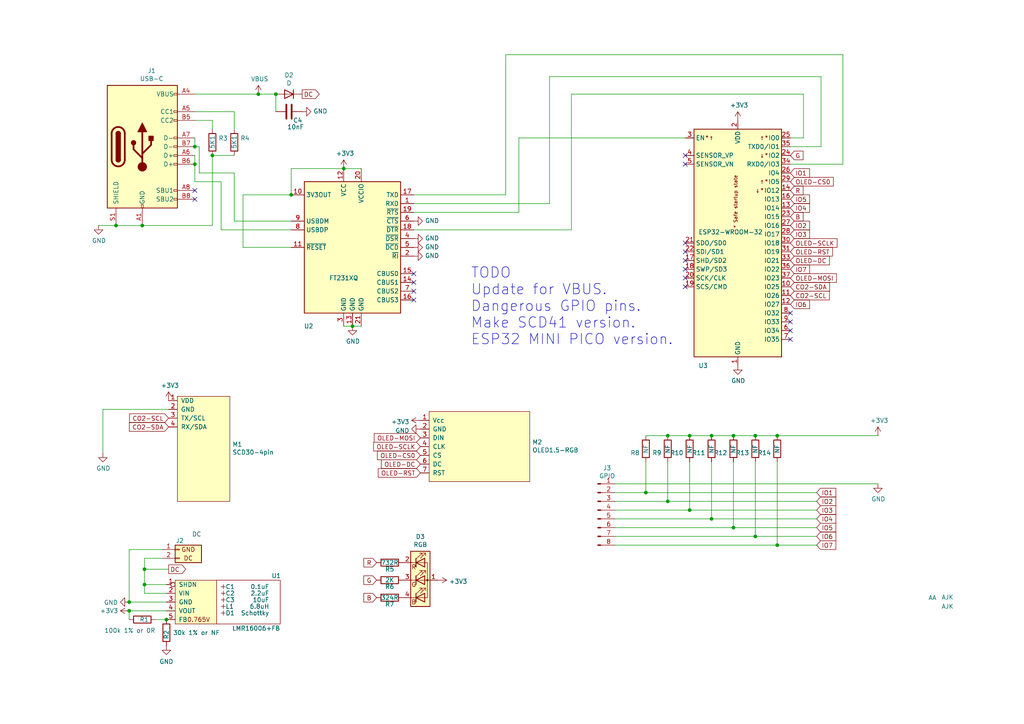
<source format=kicad_sch>
(kicad_sch (version 20211123) (generator eeschema)
  (paper "A4")
  (title_block (title "1.5\" OLED Module driver with GPIO") (date "${DATE}") (rev "4") (company "Adrian Kennard / Andrews & Arnold Ltd") (comment 1 "@TheRealRevK") (comment 2 "www.me.uk"))
  (lib_symbols
    (symbol "AJK_1" (pin_names (offset 1.016)) (in_bom no)
      (property "Value" "AJK_1" (at 0 0 0))
    )
    (symbol "Connector:Conn_01x08_Male" (pin_names (offset 1.016) hide)
      (property "Reference" "J" (at 0 10.16 0))
      (property "Value" "Conn_01x08_Male" (at 0 -12.7 0))
      (symbol "Conn_01x08_Male_1_1"
        (polyline (pts (xy 1.27 -10.16) (xy 0.8636 -10.16)) (stroke (width 0.1524)))
        (polyline (pts (xy 1.27 -7.62) (xy 0.8636 -7.62)) (stroke (width 0.1524)))
        (polyline (pts (xy 1.27 -5.08) (xy 0.8636 -5.08)) (stroke (width 0.1524)))
        (polyline (pts (xy 1.27 -2.54) (xy 0.8636 -2.54)) (stroke (width 0.1524)))
        (polyline (pts (xy 1.27 0) (xy 0.8636 0)) (stroke (width 0.1524)))
        (polyline (pts (xy 1.27 2.54) (xy 0.8636 2.54)) (stroke (width 0.1524)))
        (polyline (pts (xy 1.27 5.08) (xy 0.8636 5.08)) (stroke (width 0.1524)))
        (polyline (pts (xy 1.27 7.62) (xy 0.8636 7.62)) (stroke (width 0.1524)))
        (rectangle (start 0.8636 -10.033) (end 0 -10.287) (stroke (width 0.1524)) (fill (type outline)))
        (rectangle (start 0.8636 -7.493) (end 0 -7.747) (stroke (width 0.1524)) (fill (type outline)))
        (rectangle (start 0.8636 -4.953) (end 0 -5.207) (stroke (width 0.1524)) (fill (type outline)))
        (rectangle (start 0.8636 -2.413) (end 0 -2.667) (stroke (width 0.1524)) (fill (type outline)))
        (rectangle (start 0.8636 0.127) (end 0 -0.127) (stroke (width 0.1524)) (fill (type outline)))
        (rectangle (start 0.8636 2.667) (end 0 2.413) (stroke (width 0.1524)) (fill (type outline)))
        (rectangle (start 0.8636 5.207) (end 0 4.953) (stroke (width 0.1524)) (fill (type outline)))
        (rectangle (start 0.8636 7.747) (end 0 7.493) (stroke (width 0.1524)) (fill (type outline)))
        (pin passive line (at 5.08 7.62 180) (length 3.81) (name "Pin_1") (number "1"))
        (pin passive line (at 5.08 5.08 180) (length 3.81) (name "Pin_2") (number "2"))
        (pin passive line (at 5.08 2.54 180) (length 3.81) (name "Pin_3") (number "3"))
        (pin passive line (at 5.08 0 180) (length 3.81) (name "Pin_4") (number "4"))
        (pin passive line (at 5.08 -2.54 180) (length 3.81) (name "Pin_5") (number "5"))
        (pin passive line (at 5.08 -5.08 180) (length 3.81) (name "Pin_6") (number "6"))
        (pin passive line (at 5.08 -7.62 180) (length 3.81) (name "Pin_7") (number "7"))
        (pin passive line (at 5.08 -10.16 180) (length 3.81) (name "Pin_8") (number "8"))
      )
    )
    (symbol "Connector:USB_C_Receptacle_USB2.0" (pin_names (offset 1.016))
      (property "Reference" "J" (at -10.16 19.05 0))
      (property "Value" "USB_C_Receptacle_USB2.0" (at 19.05 19.05 0))
      (symbol "USB_C_Receptacle_USB2.0_0_0"
        (rectangle (start -0.254 -17.78) (end 0.254 -16.764))
        (rectangle (start 10.16 -14.986) (end 9.144 -15.494))
        (rectangle (start 10.16 -12.446) (end 9.144 -12.954))
        (rectangle (start 10.16 -4.826) (end 9.144 -5.334))
        (rectangle (start 10.16 -2.286) (end 9.144 -2.794))
        (rectangle (start 10.16 0.254) (end 9.144 -0.254))
        (rectangle (start 10.16 2.794) (end 9.144 2.286))
        (rectangle (start 10.16 7.874) (end 9.144 7.366))
        (rectangle (start 10.16 10.414) (end 9.144 9.906))
        (rectangle (start 10.16 15.494) (end 9.144 14.986))
      )
      (symbol "USB_C_Receptacle_USB2.0_0_1"
        (rectangle (start -10.16 17.78) (end 10.16 -17.78) (stroke (width 0.254)) (fill (type background)))
        (arc (start -8.89 -3.81) (mid -6.985 -5.715) (end -5.08 -3.81) (stroke (width 0.508)))
        (arc (start -7.62 -3.81) (mid -6.985 -4.445) (end -6.35 -3.81) (stroke (width 0.254)))
        (arc (start -7.62 -3.81) (mid -6.985 -4.445) (end -6.35 -3.81) (stroke (width 0.254)) (fill (type outline)))
        (rectangle (start -7.62 -3.81) (end -6.35 3.81) (stroke (width 0.254)) (fill (type outline)))
        (arc (start -6.35 3.81) (mid -6.985 4.445) (end -7.62 3.81) (stroke (width 0.254)))
        (arc (start -6.35 3.81) (mid -6.985 4.445) (end -7.62 3.81) (stroke (width 0.254)) (fill (type outline)))
        (arc (start -5.08 3.81) (mid -6.985 5.715) (end -8.89 3.81) (stroke (width 0.508)))
        (circle (center -2.54 1.143) (radius 0.635) (stroke (width 0.254)) (fill (type outline)))
        (circle (center 0 -5.842) (radius 1.27) (fill (type outline)))
        (polyline (pts (xy -8.89 -3.81) (xy -8.89 3.81)) (stroke (width 0.508)))
        (polyline (pts (xy -5.08 3.81) (xy -5.08 -3.81)) (stroke (width 0.508)))
        (polyline (pts (xy 0 -5.842) (xy 0 4.318)) (stroke (width 0.508)))
        (polyline (pts (xy 0 -3.302) (xy -2.54 -0.762) (xy -2.54 0.508)) (stroke (width 0.508)))
        (polyline (pts (xy 0 -2.032) (xy 2.54 0.508) (xy 2.54 1.778)) (stroke (width 0.508)))
        (polyline (pts (xy -1.27 4.318) (xy 0 6.858) (xy 1.27 4.318) (xy -1.27 4.318)) (stroke (width 0.254)) (fill (type outline)))
        (rectangle (start 1.905 1.778) (end 3.175 3.048) (stroke (width 0.254)) (fill (type outline)))
      )
      (symbol "USB_C_Receptacle_USB2.0_1_1"
        (pin passive line (at 0 -22.86 90) (length 5.08) (name "GND") (number "A1"))
        (pin passive line (at 0 -22.86 90) (length 5.08) hide (name "GND") (number "A12"))
        (pin passive line (at 15.24 15.24 180) (length 5.08) (name "VBUS") (number "A4"))
        (pin bidirectional line (at 15.24 10.16 180) (length 5.08) (name "CC1") (number "A5"))
        (pin bidirectional line (at 15.24 -2.54 180) (length 5.08) (name "D+") (number "A6"))
        (pin bidirectional line (at 15.24 2.54 180) (length 5.08) (name "D-") (number "A7"))
        (pin bidirectional line (at 15.24 -12.7 180) (length 5.08) (name "SBU1") (number "A8"))
        (pin passive line (at 15.24 15.24 180) (length 5.08) hide (name "VBUS") (number "A9"))
        (pin passive line (at 0 -22.86 90) (length 5.08) hide (name "GND") (number "B1"))
        (pin passive line (at 0 -22.86 90) (length 5.08) hide (name "GND") (number "B12"))
        (pin passive line (at 15.24 15.24 180) (length 5.08) hide (name "VBUS") (number "B4"))
        (pin bidirectional line (at 15.24 7.62 180) (length 5.08) (name "CC2") (number "B5"))
        (pin bidirectional line (at 15.24 -5.08 180) (length 5.08) (name "D+") (number "B6"))
        (pin bidirectional line (at 15.24 0 180) (length 5.08) (name "D-") (number "B7"))
        (pin bidirectional line (at 15.24 -15.24 180) (length 5.08) (name "SBU2") (number "B8"))
        (pin passive line (at 15.24 15.24 180) (length 5.08) hide (name "VBUS") (number "B9"))
        (pin passive line (at -7.62 -22.86 90) (length 5.08) (name "SHIELD") (number "S1"))
      )
    )
    (symbol "Device:C" (pin_numbers hide) (pin_names (offset 0.254))
      (property "Reference" "C" (at 0.635 2.54 0))
      (property "Value" "C" (at 0.635 -2.54 0))
      (symbol "C_0_1"
        (polyline (pts (xy -2.032 -0.762) (xy 2.032 -0.762)) (stroke (width 0.508)))
        (polyline (pts (xy -2.032 0.762) (xy 2.032 0.762)) (stroke (width 0.508)))
      )
      (symbol "C_1_1"
        (pin passive line (at 0 3.81 270) (length 2.794) (name "~") (number "1"))
        (pin passive line (at 0 -3.81 90) (length 2.794) (name "~") (number "2"))
      )
    )
    (symbol "Device:D" (pin_numbers hide) (pin_names (offset 1.016) hide)
      (property "Reference" "D" (at 0 2.54 0))
      (property "Value" "D" (at 0 -2.54 0))
      (symbol "D_0_1"
        (polyline (pts (xy -1.27 1.27) (xy -1.27 -1.27)) (stroke (width 0.254)))
        (polyline (pts (xy 1.27 0) (xy -1.27 0)))
        (polyline (pts (xy 1.27 1.27) (xy 1.27 -1.27) (xy -1.27 0) (xy 1.27 1.27)) (stroke (width 0.254)))
      )
      (symbol "D_1_1"
        (pin passive line (at -3.81 0 0) (length 2.54) (name "K") (number "1"))
        (pin passive line (at 3.81 0 180) (length 2.54) (name "A") (number "2"))
      )
    )
    (symbol "Device:LED_ARGB" (pin_names (offset 0) hide)
      (property "Reference" "D" (at 0 9.398 0))
      (property "Value" "LED_ARGB" (at 0 -8.89 0))
      (symbol "LED_ARGB_0_0"
        (text "B" (at -1.905 -6.35 0) (effects (font (size 1.27 1.27))))
        (text "G" (at -1.905 -1.27 0) (effects (font (size 1.27 1.27))))
        (text "R" (at -1.905 3.81 0) (effects (font (size 1.27 1.27))))
      )
      (symbol "LED_ARGB_0_1"
        (polyline (pts (xy -1.27 -5.08) (xy -2.54 -5.08)))
        (polyline (pts (xy -1.27 -5.08) (xy 1.27 -5.08)))
        (polyline (pts (xy -1.27 -3.81) (xy -1.27 -6.35)) (stroke (width 0.254)))
        (polyline (pts (xy -1.27 0) (xy -2.54 0)))
        (polyline (pts (xy -1.27 1.27) (xy -1.27 -1.27)) (stroke (width 0.254)))
        (polyline (pts (xy -1.27 5.08) (xy -2.54 5.08)))
        (polyline (pts (xy -1.27 5.08) (xy 1.27 5.08)))
        (polyline (pts (xy -1.27 6.35) (xy -1.27 3.81)) (stroke (width 0.254)))
        (polyline (pts (xy 1.27 0) (xy -1.27 0)))
        (polyline (pts (xy 1.27 0) (xy 2.54 0)))
        (polyline (pts (xy -1.27 1.27) (xy -1.27 -1.27) (xy -1.27 -1.27)))
        (polyline (pts (xy -1.27 6.35) (xy -1.27 3.81) (xy -1.27 3.81)))
        (polyline (pts (xy 1.27 -5.08) (xy 2.032 -5.08) (xy 2.032 5.08) (xy 1.27 5.08)))
        (polyline (pts (xy 1.27 -3.81) (xy 1.27 -6.35) (xy -1.27 -5.08) (xy 1.27 -3.81)) (stroke (width 0.254)))
        (polyline (pts (xy 1.27 1.27) (xy 1.27 -1.27) (xy -1.27 0) (xy 1.27 1.27)) (stroke (width 0.254)))
        (polyline (pts (xy 1.27 6.35) (xy 1.27 3.81) (xy -1.27 5.08) (xy 1.27 6.35)) (stroke (width 0.254)))
        (polyline (pts (xy -1.016 -3.81) (xy 0.508 -2.286) (xy -0.254 -2.286) (xy 0.508 -2.286) (xy 0.508 -3.048)))
        (polyline (pts (xy -1.016 1.27) (xy 0.508 2.794) (xy -0.254 2.794) (xy 0.508 2.794) (xy 0.508 2.032)))
        (polyline (pts (xy -1.016 6.35) (xy 0.508 7.874) (xy -0.254 7.874) (xy 0.508 7.874) (xy 0.508 7.112)))
        (polyline (pts (xy 0 -3.81) (xy 1.524 -2.286) (xy 0.762 -2.286) (xy 1.524 -2.286) (xy 1.524 -3.048)))
        (polyline (pts (xy 0 1.27) (xy 1.524 2.794) (xy 0.762 2.794) (xy 1.524 2.794) (xy 1.524 2.032)))
        (polyline (pts (xy 0 6.35) (xy 1.524 7.874) (xy 0.762 7.874) (xy 1.524 7.874) (xy 1.524 7.112)))
        (rectangle (start 1.27 -1.27) (end 1.27 1.27))
        (rectangle (start 1.27 1.27) (end 1.27 1.27))
        (rectangle (start 1.27 3.81) (end 1.27 6.35))
        (rectangle (start 1.27 6.35) (end 1.27 6.35))
        (circle (center 2.032 0) (radius 0.254) (fill (type outline)))
        (rectangle (start 2.794 8.382) (end -2.794 -7.62) (stroke (width 0.254)) (fill (type background)))
      )
      (symbol "LED_ARGB_1_1"
        (pin passive line (at 5.08 0 180) (length 2.54) (name "A") (number "1"))
        (pin passive line (at -5.08 5.08 0) (length 2.54) (name "RK") (number "2"))
        (pin passive line (at -5.08 0 0) (length 2.54) (name "GK") (number "3"))
        (pin passive line (at -5.08 -5.08 0) (length 2.54) (name "BK") (number "4"))
      )
    )
    (symbol "Device:R" (pin_numbers hide) (pin_names (offset 0))
      (property "Reference" "R" (at 2.032 0 90))
      (property "Value" "R" (at 0 0 90))
      (symbol "R_0_1"
        (rectangle (start -1.016 -2.54) (end 1.016 2.54) (stroke (width 0.254)))
      )
      (symbol "R_1_1"
        (pin passive line (at 0 3.81 270) (length 1.27) (name "~") (number "1"))
        (pin passive line (at 0 -3.81 90) (length 1.27) (name "~") (number "2"))
      )
    )
    (symbol "Interface_USB:FT231XQ"
      (property "Reference" "U" (at -13.97 20.32 0))
      (property "Value" "FT231XQ" (at 6.35 20.32 0))
      (symbol "FT231XQ_0_1"
        (rectangle (start -13.97 19.05) (end 13.97 -19.05) (stroke (width 0.254)) (fill (type background)))
      )
      (symbol "FT231XQ_1_1"
        (pin input line (at 17.78 12.7 180) (length 3.81) (name "RXD") (number "1"))
        (pin power_out line (at -17.78 15.24 0) (length 3.81) (name "3V3OUT") (number "10"))
        (pin input line (at -17.78 0 0) (length 3.81) (name "~{RESET}") (number "11"))
        (pin power_in line (at -2.54 22.86 270) (length 3.81) (name "VCC") (number "12"))
        (pin power_in line (at 0 -22.86 90) (length 3.81) (name "GND") (number "13"))
        (pin bidirectional line (at 17.78 -10.16 180) (length 3.81) (name "CBUS1") (number "14"))
        (pin bidirectional line (at 17.78 -7.62 180) (length 3.81) (name "CBUS0") (number "15"))
        (pin bidirectional line (at 17.78 -15.24 180) (length 3.81) (name "CBUS3") (number "16"))
        (pin output line (at 17.78 15.24 180) (length 3.81) (name "TXD") (number "17"))
        (pin output line (at 17.78 5.08 180) (length 3.81) (name "~{DTR}") (number "18"))
        (pin output line (at 17.78 10.16 180) (length 3.81) (name "~{RTS}") (number "19"))
        (pin input line (at 17.78 -2.54 180) (length 3.81) (name "~{RI}") (number "2"))
        (pin power_in line (at 2.54 22.86 270) (length 3.81) (name "VCCIO") (number "20"))
        (pin power_in line (at 2.54 -22.86 90) (length 3.81) (name "GND") (number "21"))
        (pin power_in line (at -2.54 -22.86 90) (length 3.81) (name "GND") (number "3"))
        (pin input line (at 17.78 2.54 180) (length 3.81) (name "~{DSR}") (number "4"))
        (pin input line (at 17.78 0 180) (length 3.81) (name "~{DCD}") (number "5"))
        (pin input line (at 17.78 7.62 180) (length 3.81) (name "~{CTS}") (number "6"))
        (pin bidirectional line (at 17.78 -12.7 180) (length 3.81) (name "CBUS2") (number "7"))
        (pin bidirectional line (at -17.78 5.08 0) (length 3.81) (name "USBDP") (number "8"))
        (pin bidirectional line (at -17.78 7.62 0) (length 3.81) (name "USBDM") (number "9"))
      )
    )
    (symbol "RevK:AA" (pin_names (offset 1.016)) (in_bom no)
      (property "Value" "AA" (at 0 0 0))
    )
    (symbol "RevK:AJK" (pin_names (offset 1.016)) (in_bom no)
      (property "Value" "AJK" (at 0 0 0))
    )
    (symbol "RevK:ESP32-WROOM-32"
      (property "Reference" "U" (at -12.7 -35.56 0))
      (property "Value" "ESP32-WROOM-32" (at -12.7 2.54 0))
      (symbol "ESP32-WROOM-32_0_0"
        (text "* Safe startup state" (at -0.635 12.065 900) (effects (font (size 1 1))))
        (text "*↑" (at -9.525 30.48 0) (effects (font (size 1.27 1.27)) (justify left)))
        (text "↑*" (at 8.89 17.78 0) (effects (font (size 1.27 1.27)) (justify right)))
        (text "↑*" (at 8.89 30.48 0) (effects (font (size 1.27 1.27)) (justify right)))
        (text "↓*" (at 7.62 15.24 0) (effects (font (size 1.27 1.27)) (justify right)))
        (text "↓*" (at 8.89 25.4 0) (effects (font (size 1.27 1.27)) (justify right)))
      )
      (symbol "ESP32-WROOM-32_0_1"
        (rectangle (start -12.7 33.02) (end 12.7 -33.02) (stroke (width 0.254)) (fill (type background)))
      )
      (symbol "ESP32-WROOM-32_1_1"
        (pin power_in line (at 0 -35.56 90) (length 2.54) (name "GND") (number "1"))
        (pin bidirectional line (at 15.24 -12.7 180) (length 2.54) (name "IO25") (number "10"))
        (pin bidirectional line (at 15.24 -15.24 180) (length 2.54) (name "IO26") (number "11"))
        (pin bidirectional line (at 15.24 -17.78 180) (length 2.54) (name "IO27") (number "12"))
        (pin bidirectional line (at 15.24 10.16 180) (length 2.54) (name "IO14") (number "13"))
        (pin bidirectional line (at 15.24 15.24 180) (length 2.54) (name "IO12") (number "14"))
        (pin passive line (at 0 -35.56 90) (length 2.54) hide (name "GND") (number "15"))
        (pin bidirectional line (at 15.24 12.7 180) (length 2.54) (name "IO13") (number "16"))
        (pin bidirectional line (at -15.24 -5.08 0) (length 2.54) (name "SHD/SD2") (number "17"))
        (pin bidirectional line (at -15.24 -7.62 0) (length 2.54) (name "SWP/SD3") (number "18"))
        (pin bidirectional line (at -15.24 -12.7 0) (length 2.54) (name "SCS/CMD") (number "19"))
        (pin power_in line (at 0 35.56 270) (length 2.54) (name "VDD") (number "2"))
        (pin bidirectional line (at -15.24 -10.16 0) (length 2.54) (name "SCK/CLK") (number "20"))
        (pin bidirectional line (at -15.24 0 0) (length 2.54) (name "SDO/SD0") (number "21"))
        (pin bidirectional line (at -15.24 -2.54 0) (length 2.54) (name "SDI/SD1") (number "22"))
        (pin bidirectional line (at 15.24 7.62 180) (length 2.54) (name "IO15") (number "23"))
        (pin bidirectional line (at 15.24 25.4 180) (length 2.54) (name "IO2") (number "24"))
        (pin bidirectional line (at 15.24 30.48 180) (length 2.54) (name "IO0") (number "25"))
        (pin bidirectional line (at 15.24 20.32 180) (length 2.54) (name "IO4") (number "26"))
        (pin bidirectional line (at 15.24 5.08 180) (length 2.54) (name "IO16") (number "27"))
        (pin bidirectional line (at 15.24 2.54 180) (length 2.54) (name "IO17") (number "28"))
        (pin bidirectional line (at 15.24 17.78 180) (length 2.54) (name "IO5") (number "29"))
        (pin input line (at -15.24 30.48 0) (length 2.54) (name "EN") (number "3"))
        (pin bidirectional line (at 15.24 0 180) (length 2.54) (name "IO18") (number "30"))
        (pin bidirectional line (at 15.24 -2.54 180) (length 2.54) (name "IO19") (number "31"))
        (pin no_connect line (at -12.7 -27.94 0) (length 2.54) hide (name "NC") (number "32"))
        (pin bidirectional line (at 15.24 -5.08 180) (length 2.54) (name "IO21") (number "33"))
        (pin bidirectional line (at 15.24 22.86 180) (length 2.54) (name "RXD0/IO3") (number "34"))
        (pin bidirectional line (at 15.24 27.94 180) (length 2.54) (name "TXD0/IO1") (number "35"))
        (pin bidirectional line (at 15.24 -7.62 180) (length 2.54) (name "IO22") (number "36"))
        (pin bidirectional line (at 15.24 -10.16 180) (length 2.54) (name "IO23") (number "37"))
        (pin passive line (at 0 -35.56 90) (length 2.54) hide (name "GND") (number "38"))
        (pin passive line (at 0 -35.56 90) (length 2.54) hide (name "GND") (number "39"))
        (pin input line (at -15.24 25.4 0) (length 2.54) (name "SENSOR_VP") (number "4"))
        (pin input line (at -15.24 22.86 0) (length 2.54) (name "SENSOR_VN") (number "5"))
        (pin input line (at 15.24 -25.4 180) (length 2.54) (name "IO34") (number "6"))
        (pin input line (at 15.24 -27.94 180) (length 2.54) (name "IO35") (number "7"))
        (pin bidirectional line (at 15.24 -20.32 180) (length 2.54) (name "IO32") (number "8"))
        (pin bidirectional line (at 15.24 -22.86 180) (length 2.54) (name "IO33") (number "9"))
      )
    )
    (symbol "RevK:Hidden" (pin_names (offset 1.016))
      (property "Reference" "Z" (at 0.635 0 0))
      (property "Value" "Hidden" (at 4.445 0 0))
      (symbol "Hidden_0_1"
        (polyline (pts (xy -0.635 0) (xy 0.635 0)) (stroke (width 0.1524)))
        (polyline (pts (xy 0 0.635) (xy 0 -0.635)) (stroke (width 0.1524)))
      )
      (symbol "Hidden_1_1"
        (pin no_connect non_logic (at 0 -2.54 90) (length 2.54) hide (name "~") (number "~"))
      )
    )
    (symbol "RevK:LMR16006+FB" (pin_names (offset 1.016))
      (property "Reference" "U" (at 11.43 2.54 0))
      (property "Value" "LMR16006+FB" (at 7.62 -12.7 0))
      (symbol "LMR16006+FB_0_0"
        (rectangle (start 2.54 1.27) (end 14.605 -11.43) (fill (type background)))
        (text "0.765V" (at 12.7 -10.16 0) (effects (font (size 1.27 1.27)) (justify right)))
      )
      (symbol "LMR16006+FB_0_1"
        (rectangle (start 14.605 1.27) (end 33.02 -11.43))
      )
      (symbol "LMR16006+FB_1_1"
        (pin input inverted (at 0 0 0) (length 2.54) (name "SHDN") (number "1"))
        (pin power_in line (at 0 -2.54 0) (length 2.54) (name "VIN") (number "2"))
        (pin power_in line (at 0 -5.08 0) (length 2.54) (name "GND") (number "3"))
        (pin power_out line (at 0 -7.62 0) (length 2.54) (name "VOUT") (number "4"))
        (pin passive line (at 0 -10.16 0) (length 2.54) (name "FB") (number "5"))
      )
    )
    (symbol "RevK:OLED1.5-RGB" (pin_names (offset 1.016))
      (property "Reference" "M" (at 17.78 2.54 0))
      (property "Value" "OLED1.5-RGB" (at 31.75 -1.27 0))
      (symbol "OLED1.5-RGB_0_1"
        (rectangle (start 2.54 0) (end 31.75 -20.32) (fill (type background)))
      )
      (symbol "OLED1.5-RGB_1_1"
        (pin power_in line (at 0 -2.54 0) (length 2.54) (name "Vcc") (number "1"))
        (pin power_in line (at 0 -5.08 0) (length 2.54) (name "GND") (number "2"))
        (pin input line (at 0 -7.62 0) (length 2.54) (name "DIN") (number "3"))
        (pin input line (at 0 -10.16 0) (length 2.54) (name "CLK") (number "4"))
        (pin input line (at 0 -12.7 0) (length 2.54) (name "CS") (number "5"))
        (pin input line (at 0 -15.24 0) (length 2.54) (name "DC") (number "6"))
        (pin input line (at 0 -17.78 0) (length 2.54) (name "RST") (number "7"))
      )
    )
    (symbol "RevK:PowerIn" (pin_names (offset 1.016) hide)
      (property "Reference" "J" (at 0 2.54 0))
      (property "Value" "PowerIn" (at 2.54 -5.08 0))
      (symbol "PowerIn_0_0"
        (text "DC" (at 2.54 -2.54 0) (effects (font (size 1.27 1.27))))
        (text "GND" (at 2.54 0 0) (effects (font (size 1.27 1.27))))
      )
      (symbol "PowerIn_1_1"
        (rectangle (start -1.27 -2.413) (end 0 -2.667) (stroke (width 0.1524)))
        (rectangle (start -1.27 0.127) (end 0 -0.127) (stroke (width 0.1524)))
        (rectangle (start -1.27 1.27) (end 6.35 -3.81) (stroke (width 0.254)) (fill (type background)))
        (pin power_in line (at -5.08 0 0) (length 3.81) (name "GND") (number "1"))
        (pin power_out line (at -5.08 -2.54 0) (length 3.81) (name "DC") (number "2"))
      )
    )
    (symbol "RevK:SCD30-4pin" (pin_names (offset 1.016))
      (property "Reference" "M" (at 10.16 1.27 0))
      (property "Value" "SCD30-4pin" (at 10.16 -29.21 0))
      (symbol "SCD30-4pin_0_1"
        (rectangle (start 2.54 0) (end 17.78 -30.48) (fill (type background)))
      )
      (symbol "SCD30-4pin_1_1"
        (pin power_in line (at 0 -1.27 0) (length 2.54) (name "VDD") (number "1"))
        (pin power_in line (at 0 -3.81 0) (length 2.54) (name "GND") (number "2"))
        (pin bidirectional line (at 0 -6.35 0) (length 2.54) (name "TX/SCL") (number "3"))
        (pin bidirectional line (at 0 -8.89 0) (length 2.54) (name "RX/SDA") (number "4"))
      )
    )
    (symbol "power:+3.3V" (power) (pin_names (offset 0))
      (property "Value" "+3.3V" (at 0 3.556 0))
      (symbol "+3.3V_0_1"
        (polyline (pts (xy -0.762 1.27) (xy 0 2.54)))
        (polyline (pts (xy 0 0) (xy 0 2.54)))
        (polyline (pts (xy 0 2.54) (xy 0.762 1.27)))
      )
      (symbol "+3.3V_1_1"
        (pin power_in line (at 0 0 90) (length 0) hide (name "+3V3") (number "1"))
      )
    )
    (symbol "power:+3V3" (power) (pin_names (offset 0))
      (property "Value" "+3V3" (at 0 3.556 0))
      (symbol "+3V3_0_1"
        (polyline (pts (xy -0.762 1.27) (xy 0 2.54)))
        (polyline (pts (xy 0 0) (xy 0 2.54)))
        (polyline (pts (xy 0 2.54) (xy 0.762 1.27)))
      )
      (symbol "+3V3_1_1"
        (pin power_in line (at 0 0 90) (length 0) hide (name "+3V3") (number "1"))
      )
    )
    (symbol "power:GND" (power) (pin_names (offset 0))
      (property "Value" "GND" (at 0 -3.81 0))
      (symbol "GND_0_1"
        (polyline (pts (xy 0 0) (xy 0 -1.27) (xy 1.27 -1.27) (xy 0 -2.54) (xy -1.27 -1.27) (xy 0 -1.27)))
      )
      (symbol "GND_1_1"
        (pin power_in line (at 0 0 270) (length 0) hide (name "GND") (number "1"))
      )
    )
    (symbol "power:VBUS" (power) (pin_names (offset 0))
      (property "Value" "VBUS" (at 0 3.81 0))
      (symbol "VBUS_0_1"
        (polyline (pts (xy -0.762 1.27) (xy 0 2.54)))
        (polyline (pts (xy 0 0) (xy 0 2.54)))
        (polyline (pts (xy 0 2.54) (xy 0.762 1.27)))
      )
      (symbol "VBUS_1_1"
        (pin power_in line (at 0 0 90) (length 0) hide (name "VBUS") (number "1"))
      )
    )
  )
  (junction (at 212.725 153.035))
  (junction (at 193.675 126.365))
  (junction (at 219.075 126.365))
  (junction (at 84.455 56.515))
  (junction (at 99.695 48.895))
  (junction (at 206.375 150.495))
  (junction (at 41.91 169.545))
  (junction (at 225.425 126.365))
  (junction (at 56.515 42.545))
  (junction (at 61.595 45.085))
  (junction (at 206.375 126.365))
  (junction (at 41.275 65.405))
  (junction (at 74.93 27.305))
  (junction (at 219.075 155.575))
  (junction (at 200.025 147.955))
  (junction (at 102.235 94.615))
  (junction (at 41.91 165.1))
  (junction (at 200.025 126.365))
  (junction (at 48.26 179.705))
  (junction (at 56.515 47.625))
  (junction (at 37.465 177.165))
  (junction (at 33.655 65.405))
  (junction (at 212.725 126.365))
  (junction (at 225.425 158.115))
  (junction (at 187.325 142.875))
  (junction (at 80.01 27.305))
  (junction (at 193.675 145.415))
  (junction (at 37.465 174.625))
  (no_connect (at 198.755 83.185))
  (no_connect (at 120.015 84.455))
  (no_connect (at 198.755 45.085))
  (no_connect (at 198.755 73.025))
  (no_connect (at 198.755 80.645))
  (no_connect (at 198.755 70.485))
  (no_connect (at 120.015 86.995))
  (no_connect (at 120.015 79.375))
  (no_connect (at 229.235 95.885))
  (no_connect (at 120.015 81.915))
  (no_connect (at 229.235 93.345))
  (no_connect (at 229.235 90.805))
  (no_connect (at 198.755 78.105))
  (no_connect (at 56.515 55.245))
  (no_connect (at 198.755 47.625))
  (no_connect (at 198.755 75.565))
  (no_connect (at 229.235 98.425))
  (no_connect (at 56.515 57.785))
  (wire (pts (xy 238.125 42.545) (xy 229.235 42.545)))
  (wire (pts (xy 165.735 66.675) (xy 120.015 66.675)))
  (wire (pts (xy 212.725 133.985) (xy 212.725 153.035)))
  (wire (pts (xy 178.435 140.335) (xy 254.635 140.335)))
  (wire (pts (xy 56.515 27.305) (xy 74.93 27.305)))
  (wire (pts (xy 67.945 64.135) (xy 67.945 50.165)))
  (wire (pts (xy 229.235 40.005) (xy 233.045 40.005)))
  (wire (pts (xy 37.465 174.625) (xy 48.26 174.625)))
  (wire (pts (xy 206.375 133.985) (xy 206.375 150.495)))
  (wire (pts (xy 56.515 34.925) (xy 61.595 34.925)))
  (wire (pts (xy 64.135 66.675) (xy 84.455 66.675)))
  (wire (pts (xy 225.425 133.985) (xy 225.425 158.115)))
  (wire (pts (xy 80.01 27.305) (xy 80.01 32.385)))
  (wire (pts (xy 187.325 133.985) (xy 187.325 142.875)))
  (wire (pts (xy 178.435 158.115) (xy 225.425 158.115)))
  (wire (pts (xy 225.425 126.365) (xy 219.075 126.365)))
  (wire (pts (xy 200.025 147.955) (xy 236.855 147.955)))
  (wire (pts (xy 178.435 147.955) (xy 200.025 147.955)))
  (wire (pts (xy 37.465 177.165) (xy 48.26 177.165)))
  (wire (pts (xy 56.515 45.085) (xy 56.515 47.625)))
  (wire (pts (xy 56.515 47.625) (xy 56.515 52.705)))
  (wire (pts (xy 159.385 22.225) (xy 238.125 22.225)))
  (wire (pts (xy 29.845 118.745) (xy 29.845 131.445)))
  (wire (pts (xy 67.945 32.385) (xy 67.945 37.465)))
  (wire (pts (xy 41.91 165.1) (xy 48.895 165.1)))
  (wire (pts (xy 178.435 155.575) (xy 219.075 155.575)))
  (wire (pts (xy 219.075 126.365) (xy 212.725 126.365)))
  (wire (pts (xy 165.735 27.305) (xy 165.735 66.675)))
  (wire (pts (xy 56.515 32.385) (xy 67.945 32.385)))
  (wire (pts (xy 67.945 64.135) (xy 84.455 64.135)))
  (wire (pts (xy 225.425 126.365) (xy 254.635 126.365)))
  (wire (pts (xy 219.075 133.985) (xy 219.075 155.575)))
  (wire (pts (xy 120.015 61.595) (xy 150.495 61.595)))
  (wire (pts (xy 33.655 65.405) (xy 41.275 65.405)))
  (wire (pts (xy 187.325 126.365) (xy 193.675 126.365)))
  (wire (pts (xy 45.085 179.705) (xy 48.26 179.705)))
  (wire (pts (xy 61.595 34.925) (xy 61.595 37.465)))
  (wire (pts (xy 57.785 50.165) (xy 57.785 42.545)))
  (wire (pts (xy 41.91 161.925) (xy 41.91 165.1)))
  (wire (pts (xy 212.725 126.365) (xy 206.375 126.365)))
  (wire (pts (xy 178.435 150.495) (xy 206.375 150.495)))
  (wire (pts (xy 29.845 118.745) (xy 48.895 118.745)))
  (wire (pts (xy 225.425 158.115) (xy 236.855 158.115)))
  (wire (pts (xy 233.045 40.005) (xy 233.045 27.305)))
  (wire (pts (xy 212.725 153.035) (xy 236.855 153.035)))
  (wire (pts (xy 56.515 40.005) (xy 56.515 42.545)))
  (wire (pts (xy 46.99 161.925) (xy 41.91 161.925)))
  (wire (pts (xy 61.595 45.085) (xy 61.595 65.405)))
  (wire (pts (xy 200.025 126.365) (xy 193.675 126.365)))
  (wire (pts (xy 159.385 59.055) (xy 159.385 22.225)))
  (wire (pts (xy 120.015 56.515) (xy 146.685 56.515)))
  (wire (pts (xy 178.435 145.415) (xy 193.675 145.415)))
  (wire (pts (xy 70.485 71.755) (xy 84.455 71.755)))
  (wire (pts (xy 233.045 27.305) (xy 165.735 27.305)))
  (wire (pts (xy 70.485 56.515) (xy 84.455 56.515)))
  (wire (pts (xy 238.125 22.225) (xy 238.125 42.545)))
  (wire (pts (xy 150.495 61.595) (xy 150.495 40.005)))
  (wire (pts (xy 178.435 153.035) (xy 212.725 153.035)))
  (wire (pts (xy 61.595 65.405) (xy 41.275 65.405)))
  (wire (pts (xy 64.135 52.705) (xy 64.135 66.675)))
  (wire (pts (xy 150.495 40.005) (xy 198.755 40.005)))
  (wire (pts (xy 219.075 155.575) (xy 236.855 155.575)))
  (wire (pts (xy 74.93 27.305) (xy 80.01 27.305)))
  (wire (pts (xy 146.685 56.515) (xy 146.685 15.875)))
  (wire (pts (xy 41.91 165.1) (xy 41.91 169.545)))
  (wire (pts (xy 84.455 48.895) (xy 99.695 48.895)))
  (wire (pts (xy 200.025 133.985) (xy 200.025 147.955)))
  (wire (pts (xy 193.675 145.415) (xy 236.855 145.415)))
  (wire (pts (xy 56.515 52.705) (xy 64.135 52.705)))
  (wire (pts (xy 244.475 47.625) (xy 229.235 47.625)))
  (wire (pts (xy 120.015 59.055) (xy 159.385 59.055)))
  (wire (pts (xy 57.785 42.545) (xy 56.515 42.545)))
  (wire (pts (xy 67.945 50.165) (xy 57.785 50.165)))
  (wire (pts (xy 193.675 133.985) (xy 193.675 145.415)))
  (wire (pts (xy 206.375 150.495) (xy 236.855 150.495)))
  (wire (pts (xy 28.575 65.405) (xy 33.655 65.405)))
  (wire (pts (xy 84.455 56.515) (xy 84.455 48.895)))
  (wire (pts (xy 178.435 142.875) (xy 187.325 142.875)))
  (wire (pts (xy 187.325 142.875) (xy 236.855 142.875)))
  (wire (pts (xy 70.485 56.515) (xy 70.485 71.755)))
  (wire (pts (xy 41.91 172.085) (xy 48.26 172.085)))
  (wire (pts (xy 37.465 159.385) (xy 46.99 159.385)))
  (wire (pts (xy 99.695 48.895) (xy 104.775 48.895)))
  (wire (pts (xy 41.91 169.545) (xy 48.26 169.545)))
  (wire (pts (xy 37.465 174.625) (xy 37.465 159.385)))
  (wire (pts (xy 37.465 177.165) (xy 37.465 179.705)))
  (wire (pts (xy 200.025 126.365) (xy 206.375 126.365)))
  (wire (pts (xy 146.685 15.875) (xy 244.475 15.875)))
  (wire (pts (xy 99.695 94.615) (xy 102.235 94.615)))
  (wire (pts (xy 244.475 15.875) (xy 244.475 47.625)))
  (wire (pts (xy 67.945 45.085) (xy 61.595 45.085)))
  (wire (pts (xy 41.91 169.545) (xy 41.91 172.085)))
  (wire (pts (xy 102.235 94.615) (xy 104.775 94.615)))
  (text "TODO\nUpdate for VBUS.\nDangerous GPIO pins.\nMake SCD41 version.\nESP32 MINI PICO version." (at 136.525 100.33 0) (effects (font (size 3 3)) (justify left bottom)))
  (global_label "OLED-SCLK" (shape input) (at 229.235 70.485 0) (property "Intersheet References" "${INTERSHEET_REFS}" (effects hide)))
  (global_label "IO6" (shape input) (at 229.235 88.265 0) (property "Intersheet References" "${INTERSHEET_REFS}" (effects hide)))
  (global_label "OLED-MOSI" (shape input) (at 121.92 127 180) (property "Intersheet References" "${INTERSHEET_REFS}" (effects hide)))
  (global_label "IO2" (shape input) (at 236.855 145.415 0) (property "Intersheet References" "${INTERSHEET_REFS}" (effects hide)))
  (global_label "IO5" (shape input) (at 236.855 153.035 0) (property "Intersheet References" "${INTERSHEET_REFS}" (effects hide)))
  (global_label "IO5" (shape input) (at 229.235 57.785 0) (property "Intersheet References" "${INTERSHEET_REFS}" (effects hide)))
  (global_label "B" (shape input) (at 109.22 173.355 180) (property "Intersheet References" "${INTERSHEET_REFS}" (effects hide)))
  (global_label "G" (shape input) (at 109.22 168.275 180) (property "Intersheet References" "${INTERSHEET_REFS}" (effects hide)))
  (global_label "OLED-SCLK" (shape input) (at 121.92 129.54 180) (property "Intersheet References" "${INTERSHEET_REFS}" (effects hide)))
  (global_label "DC" (shape output) (at 87.63 27.305 0) (property "Intersheet References" "${INTERSHEET_REFS}" (effects hide)))
  (global_label "CO2-SCL" (shape input) (at 229.235 85.725 0) (property "Intersheet References" "${INTERSHEET_REFS}" (effects hide)))
  (global_label "OLED-DC" (shape input) (at 229.235 75.565 0) (property "Intersheet References" "${INTERSHEET_REFS}" (effects hide)))
  (global_label "B" (shape input) (at 229.235 62.865 0) (property "Intersheet References" "${INTERSHEET_REFS}" (effects hide)))
  (global_label "IO4" (shape input) (at 236.855 150.495 0) (property "Intersheet References" "${INTERSHEET_REFS}" (effects hide)))
  (global_label "DC" (shape output) (at 48.895 165.1 0) (property "Intersheet References" "${INTERSHEET_REFS}" (effects hide)))
  (global_label "OLED-RST" (shape input) (at 121.92 137.16 180) (property "Intersheet References" "${INTERSHEET_REFS}" (effects hide)))
  (global_label "IO7" (shape input) (at 229.235 78.105 0) (property "Intersheet References" "${INTERSHEET_REFS}" (effects hide)))
  (global_label "CO2-SCL" (shape input) (at 48.895 121.285 180) (property "Intersheet References" "${INTERSHEET_REFS}" (effects hide)))
  (global_label "R" (shape input) (at 229.235 55.245 0) (property "Intersheet References" "${INTERSHEET_REFS}" (effects hide)))
  (global_label "OLED-MOSI" (shape input) (at 229.235 80.645 0) (property "Intersheet References" "${INTERSHEET_REFS}" (effects hide)))
  (global_label "OLED-CS0" (shape input) (at 229.235 52.705 0) (property "Intersheet References" "${INTERSHEET_REFS}" (effects hide)))
  (global_label "OLED-RST" (shape input) (at 229.235 73.025 0) (property "Intersheet References" "${INTERSHEET_REFS}" (effects hide)))
  (global_label "IO1" (shape input) (at 229.235 50.165 0) (property "Intersheet References" "${INTERSHEET_REFS}" (effects hide)))
  (global_label "IO3" (shape input) (at 236.855 147.955 0) (property "Intersheet References" "${INTERSHEET_REFS}" (effects hide)))
  (global_label "IO3" (shape input) (at 229.235 67.945 0) (property "Intersheet References" "${INTERSHEET_REFS}" (effects hide)))
  (global_label "IO4" (shape input) (at 229.235 60.325 0) (property "Intersheet References" "${INTERSHEET_REFS}" (effects hide)))
  (global_label "IO2" (shape input) (at 229.235 65.405 0) (property "Intersheet References" "${INTERSHEET_REFS}" (effects hide)))
  (global_label "R" (shape input) (at 109.22 163.195 180) (property "Intersheet References" "${INTERSHEET_REFS}" (effects hide)))
  (global_label "G" (shape input) (at 229.235 45.085 0) (property "Intersheet References" "${INTERSHEET_REFS}" (effects hide)))
  (global_label "IO6" (shape input) (at 236.855 155.575 0) (property "Intersheet References" "${INTERSHEET_REFS}" (effects hide)))
  (global_label "IO1" (shape input) (at 236.855 142.875 0) (property "Intersheet References" "${INTERSHEET_REFS}" (effects hide)))
  (global_label "IO7" (shape input) (at 236.855 158.115 0) (property "Intersheet References" "${INTERSHEET_REFS}" (effects hide)))
  (global_label "OLED-DC" (shape input) (at 121.92 134.62 180) (property "Intersheet References" "${INTERSHEET_REFS}" (effects hide)))
  (global_label "CO2-SDA" (shape input) (at 229.235 83.185 0) (property "Intersheet References" "${INTERSHEET_REFS}" (effects hide)))
  (global_label "CO2-SDA" (shape input) (at 48.895 123.825 180) (property "Intersheet References" "${INTERSHEET_REFS}" (effects hide)))
  (global_label "OLED-CS0" (shape input) (at 121.92 132.08 180) (property "Intersheet References" "${INTERSHEET_REFS}" (effects hide)))
  (symbol (lib_id "RevK:SCD30-4pin") (at 48.895 114.935 0) (unit 1)
    (property "Reference" "M1" (at 67.3862 128.8796 0) (effects (justify left)))
    (property "Value" "SCD30-4pin" (at 67.3862 131.191 0) (effects (justify left)))
    (property "Footprint" "RevK:SCD30-4pin" (effects hide))
    (property "Datasheet" "https://media.digikey.com/pdf/Data%20Sheets/Sensirion%20PDFs/CD_DS_SCD30_Datasheet_D1.pdf" (effects hide))
  )
  (symbol (lib_id "Device:R") (at 225.425 130.175 180) (unit 1)
    (property "Reference" "R14" (at 223.647 131.3434 0) (effects (justify left)))
    (property "Value" "NF" (at 225.425 128.905 90) (effects (justify left)))
    (property "Footprint" "Resistor_SMD:R_1206_3216Metric_Pad1.30x1.75mm_HandSolder" (effects hide))
  )
  (symbol (lib_id "Device:R") (at 219.075 130.175 180) (unit 1)
    (property "Reference" "R13" (at 217.297 131.3434 0) (effects (justify left)))
    (property "Value" "NF" (at 219.075 128.905 90) (effects (justify left)))
    (property "Footprint" "Resistor_SMD:R_1206_3216Metric_Pad1.30x1.75mm_HandSolder" (effects hide))
  )
  (symbol (lib_id "Connector:Conn_01x08_Male") (at 173.355 147.955 0) (unit 1)
    (property "Reference" "J3" (at 176.0982 135.7376 0))
    (property "Value" "GPIO" (at 176.0982 138.049 0))
    (property "Footprint" "RevK:Molex_MiniSPOX_H8RA" (effects hide))
  )
  (symbol (lib_id "Device:R") (at 212.725 130.175 180) (unit 1)
    (property "Reference" "R12" (at 210.947 131.3434 0) (effects (justify left)))
    (property "Value" "NF" (at 212.725 128.905 90) (effects (justify left)))
    (property "Footprint" "Resistor_SMD:R_1206_3216Metric_Pad1.30x1.75mm_HandSolder" (effects hide))
  )
  (symbol (lib_id "Device:R") (at 206.375 130.175 180) (unit 1)
    (property "Reference" "R11" (at 204.597 131.3434 0) (effects (justify left)))
    (property "Value" "NF" (at 206.375 128.905 90) (effects (justify left)))
    (property "Footprint" "Resistor_SMD:R_1206_3216Metric_Pad1.30x1.75mm_HandSolder" (effects hide))
  )
  (symbol (lib_id "Device:R") (at 200.025 130.175 180) (unit 1)
    (property "Reference" "R10" (at 198.247 131.3434 0) (effects (justify left)))
    (property "Value" "NF" (at 200.025 128.905 90) (effects (justify left)))
    (property "Footprint" "Resistor_SMD:R_1206_3216Metric_Pad1.30x1.75mm_HandSolder" (effects hide))
  )
  (symbol (lib_id "Device:R") (at 193.675 130.175 180) (unit 1)
    (property "Reference" "R9" (at 191.897 131.3434 0) (effects (justify left)))
    (property "Value" "NF" (at 193.675 128.905 90) (effects (justify left)))
    (property "Footprint" "Resistor_SMD:R_1206_3216Metric_Pad1.30x1.75mm_HandSolder" (effects hide))
  )
  (symbol (lib_id "Device:R") (at 187.325 130.175 180) (unit 1)
    (property "Reference" "R8" (at 185.547 131.3434 0) (effects (justify left)))
    (property "Value" "NF" (at 187.325 128.905 90) (effects (justify left)))
    (property "Footprint" "Resistor_SMD:R_1206_3216Metric_Pad1.30x1.75mm_HandSolder" (effects hide))
  )
  (symbol (lib_id "Connector:USB_C_Receptacle_USB2.0") (at 41.275 42.545 0) (unit 1)
    (property "Reference" "J1" (at 43.9928 20.5232 0))
    (property "Value" "USB-C" (at 43.9928 22.8346 0))
    (property "Footprint" "RevK:USC16-TR-Round" (effects hide))
    (property "Datasheet" "https://www.usb.org/sites/default/files/documents/usb_type-c.zip" (effects hide))
  )
  (symbol (lib_id "power:GND") (at 28.575 65.405 0) (unit 1)
    (property "Reference" "#PWR01" (effects hide))
    (property "Value" "GND" (at 28.702 69.7992 0))
  )
  (symbol (lib_id "power:GND") (at 29.845 131.445 0) (unit 1)
    (property "Reference" "#PWR02" (effects hide))
    (property "Value" "GND" (at 29.972 135.8392 0))
  )
  (symbol (lib_id "power:GND") (at 213.995 106.045 0) (unit 1)
    (property "Reference" "#PWR019" (effects hide))
    (property "Value" "GND" (at 214.122 110.4392 0))
  )
  (symbol (lib_id "power:+3V3") (at 99.695 48.895 0) (unit 1)
    (property "Reference" "#PWR09" (effects hide))
    (property "Value" "+3V3" (at 100.076 44.5008 0))
  )
  (symbol (lib_id "Device:R") (at 61.595 41.275 0) (unit 1)
    (property "Reference" "R3" (at 63.373 40.1066 0) (effects (justify left)))
    (property "Value" "5K1" (at 61.595 43.18 90) (effects (justify left)))
    (property "Footprint" "Resistor_SMD:R_0603_1608Metric_Pad0.98x0.95mm_HandSolder" (effects hide))
  )
  (symbol (lib_id "Device:R") (at 67.945 41.275 0) (unit 1)
    (property "Reference" "R4" (at 69.723 40.1066 0) (effects (justify left)))
    (property "Value" "5K1" (at 67.945 43.18 90) (effects (justify left)))
    (property "Footprint" "Resistor_SMD:R_0603_1608Metric_Pad0.98x0.95mm_HandSolder" (effects hide))
  )
  (symbol (lib_id "power:+3V3") (at 213.995 34.925 0) (unit 1)
    (property "Reference" "#PWR018" (effects hide))
    (property "Value" "+3V3" (at 214.376 30.5308 0))
  )
  (symbol (lib_id "power:+3V3") (at 48.895 116.205 0) (unit 1)
    (property "Reference" "#PWR06" (effects hide))
    (property "Value" "+3V3" (at 49.276 111.8108 0))
  )
  (symbol (lib_id "power:GND") (at 254.635 140.335 0) (unit 1)
    (property "Reference" "#PWR021" (effects hide))
    (property "Value" "GND" (at 254.762 144.7292 0))
  )
  (symbol (lib_id "power:+3V3") (at 254.635 126.365 0) (unit 1)
    (property "Reference" "#PWR020" (effects hide))
    (property "Value" "+3V3" (at 255.016 121.9708 0))
  )
  (symbol (lib_id "RevK:OLED1.5-RGB") (at 121.92 119.38 0) (unit 1)
    (property "Reference" "M2" (at 154.3812 128.2446 0) (effects (justify left)))
    (property "Value" "OLED1.5-RGB" (at 154.3812 130.556 0) (effects (justify left)))
    (property "Footprint" "RevK:OLED1.5-RGB" (effects hide))
  )
  (symbol (lib_name "AJK_1") (lib_id "RevK:AJK") (at 272.415 175.895 0) (unit 1) (in_bom no)
    (property "Reference" "Logo3" (effects hide))
    (property "Value" "AJK" (at 273.05 175.895 0) (effects (justify left)))
    (property "Footprint" "RevK:AJK" (effects hide))
    (property "Note" "Non part, PCB printed" (effects hide))
  )
  (symbol (lib_id "RevK:AJK") (at 272.415 172.085 0) (unit 1) (in_bom no)
    (property "Reference" "Logo2" (effects hide))
    (property "Value" "AJK" (at 273.05 173.228 0) (effects (justify left)))
    (property "Footprint" "RevK:AJK" (effects hide))
    (property "Note" "Non part, PCB printed" (effects hide))
  )
  (symbol (lib_id "Interface_USB:FT231XQ") (at 102.235 71.755 0) (unit 1)
    (property "Reference" "U2" (at 89.535 94.615 0))
    (property "Value" "FT231XQ" (at 99.695 80.645 0))
    (property "Footprint" "RevK:QFN-20-1EP_4x4mm_P0.5mm_EP2.5x2.5mm" (effects hide))
    (property "Datasheet" "https://www.ftdichip.com/Support/Documents/DataSheets/ICs/DS_FT231X.pdf" (effects hide))
  )
  (symbol (lib_id "power:GND") (at 120.015 64.135 90) (unit 1)
    (property "Reference" "#PWR013" (effects hide))
    (property "Value" "GND" (at 123.2662 64.008 90) (effects (justify right)))
  )
  (symbol (lib_id "power:GND") (at 120.015 69.215 90) (unit 1)
    (property "Reference" "#PWR014" (effects hide))
    (property "Value" "GND" (at 123.2662 69.088 90) (effects (justify right)))
  )
  (symbol (lib_id "power:GND") (at 120.015 71.755 90) (unit 1)
    (property "Reference" "#PWR015" (effects hide))
    (property "Value" "GND" (at 123.2662 71.628 90) (effects (justify right)))
  )
  (symbol (lib_id "power:GND") (at 120.015 74.295 90) (unit 1)
    (property "Reference" "#PWR016" (effects hide))
    (property "Value" "GND" (at 123.2662 74.168 90) (effects (justify right)))
  )
  (symbol (lib_id "power:GND") (at 102.235 94.615 0) (unit 1)
    (property "Reference" "#PWR010" (effects hide))
    (property "Value" "GND" (at 102.362 99.0092 0))
  )
  (symbol (lib_id "Device:R") (at 113.03 173.355 270) (unit 1)
    (property "Reference" "R7" (at 113.03 175.26 90))
    (property "Value" "324R" (at 113.03 173.355 90))
    (property "Footprint" "RevK:R_0603" (effects hide))
  )
  (symbol (lib_id "power:+3.3V") (at 127 168.275 270) (unit 1)
    (property "Reference" "#PWR017" (effects hide))
    (property "Value" "+3.3V" (at 130.2512 168.656 90) (effects (justify left)))
  )
  (symbol (lib_id "RevK:AA") (at 268.605 173.355 0) (unit 1) (in_bom no)
    (property "Reference" "Logo1" (effects hide))
    (property "Value" "AA" (at 269.24 173.355 0) (effects (justify left)))
    (property "Footprint" "RevK:AA" (effects hide))
    (property "Note" "Non part, PCB printed" (effects hide))
  )
  (symbol (lib_id "Device:LED_ARGB") (at 121.92 168.275 0) (unit 1)
    (property "Reference" "D3" (at 121.92 155.6512 0))
    (property "Value" "RGB" (at 121.92 157.9626 0))
    (property "Footprint" "RevK:LED-RGB-1.6x1.6" (effects hide))
  )
  (symbol (lib_id "Device:R") (at 113.03 163.195 270) (unit 1)
    (property "Reference" "R5" (at 113.03 165.1 90))
    (property "Value" "732R" (at 113.03 163.195 90))
    (property "Footprint" "RevK:R_0603" (effects hide))
  )
  (symbol (lib_id "Device:R") (at 113.03 168.275 270) (unit 1)
    (property "Reference" "R6" (at 113.03 170.18 90))
    (property "Value" "2K" (at 113.03 168.275 90))
    (property "Footprint" "RevK:R_0603" (effects hide))
  )
  (symbol (lib_id "RevK:Hidden") (at 64.77 170.18 0) (unit 1)
    (property "Reference" "C1" (at 65.405 170.18 0) (effects (justify left)))
    (property "Value" "0.1uF" (at 78.105 170.18 0) (effects (justify right)))
    (property "Footprint" "RevK:Hidden" (effects hide))
    (property "Note" "X7R or X5R 0603" (effects hide))
  )
  (symbol (lib_id "RevK:Hidden") (at 64.77 172.085 0) (unit 1)
    (property "Reference" "C2" (at 65.405 172.085 0) (effects (justify left)))
    (property "Value" "2.2uF" (at 78.105 172.085 0) (effects (justify right)))
    (property "Footprint" "RevK:Hidden" (effects hide))
    (property "Note" "0603 or 0805" (effects hide))
  )
  (symbol (lib_id "RevK:Hidden") (at 64.77 173.99 0) (unit 1)
    (property "Reference" "C3" (at 65.405 173.99 0) (effects (justify left)))
    (property "Value" "10uF" (at 78.105 173.99 0) (effects (justify right)))
    (property "Footprint" "RevK:Hidden" (effects hide))
    (property "Note" "0603 or 0805" (effects hide))
  )
  (symbol (lib_id "RevK:Hidden") (at 64.77 175.895 0) (unit 1)
    (property "Reference" "L1" (at 65.405 175.895 0) (effects (justify left)))
    (property "Value" "6.8uH" (at 78.105 175.895 0) (effects (justify right)))
    (property "Footprint" "RevK:Hidden" (effects hide))
    (property "Datasheet" "https://www.mouser.co.uk/datasheet/2/987/Laird_Performance_TYA4020_series__Rev_A_-1877538.pdf" (effects hide))
    (property "Manufacturer" "Laird" (effects hide))
    (property "Part No" "TYA4020" (effects hide))
  )
  (symbol (lib_id "RevK:Hidden") (at 64.77 177.8 0) (unit 1)
    (property "Reference" "D1" (at 65.405 177.8 0) (effects (justify left)))
    (property "Value" "Schottky" (at 78.105 177.8 0) (effects (justify right)))
    (property "Footprint" "RevK:Hidden" (effects hide))
    (property "Datasheet" "https://www.mouser.co.uk/datasheet/2/54/CD1206-B220_B2100-777245.pdf" (effects hide))
    (property "Manufacturer" "Bourns" (effects hide))
    (property "Part No" "CD1206-B2100" (effects hide))
  )
  (symbol (lib_id "RevK:PowerIn") (at 52.07 159.385 0) (unit 1) (in_bom no)
    (property "Reference" "J2" (at 53.34 156.845 0) (effects (justify right)))
    (property "Value" "DC" (at 58.42 154.94 0) (effects (justify right)))
    (property "Footprint" "RevK:DC" (effects hide))
    (property "Notes" "Not fitted" (effects hide))
  )
  (symbol (lib_id "power:GND") (at 48.26 187.325 0) (unit 1)
    (property "Reference" "#PWR05" (effects hide))
    (property "Value" "GND" (at 48.26 191.8875 0))
  )
  (symbol (lib_id "power:VBUS") (at 74.93 27.305 0) (unit 1)
    (property "Reference" "#PWR07" (effects hide))
    (property "Value" "VBUS" (at 75.311 22.9108 0))
  )
  (symbol (lib_id "power:+3.3V") (at 37.465 177.165 90) (unit 1)
    (property "Reference" "#PWR04" (effects hide))
    (property "Value" "+3.3V" (at 34.29 177.165 90) (effects (justify left)))
  )
  (symbol (lib_id "power:GND") (at 87.63 32.385 90) (unit 1)
    (property "Reference" "#PWR08" (effects hide))
    (property "Value" "GND" (at 90.8812 32.258 90) (effects (justify right)))
  )
  (symbol (lib_id "power:+3.3V") (at 121.92 121.92 90) (unit 1)
    (property "Reference" "#PWR0102" (effects hide))
    (property "Value" "+3.3V" (at 118.745 122.3538 90) (effects (justify left)))
  )
  (symbol (lib_id "RevK:ESP32-WROOM-32") (at 213.995 70.485 0) (unit 1)
    (property "Reference" "U3" (at 202.565 106.045 0) (effects (justify left)))
    (property "Value" "ESP32-WROOM-32" (at 202.565 67.31 0) (effects (justify left)))
    (property "Footprint" "RevK:ESP32-WROOM-32" (effects hide))
    (property "Datasheet" "https://www.espressif.com/sites/default/files/documentation/esp32-wroom-32_datasheet_en.pdf" (effects hide))
  )
  (symbol (lib_id "Device:R") (at 41.275 179.705 90) (unit 1)
    (property "Reference" "R1" (at 43.18 179.705 90) (effects (justify left)))
    (property "Value" "100k 1% or 0R" (at 45.085 182.88 90) (effects (justify left)))
    (property "Footprint" "RevK:R_0603" (effects hide))
  )
  (symbol (lib_id "RevK:LMR16006+FB") (at 48.26 169.545 0) (unit 1)
    (property "Reference" "U1" (at 78.74 167.005 0) (effects (justify left)))
    (property "Value" "LMR16006+FB" (at 67.31 182.245 0) (effects (justify left)))
    (property "Footprint" "RevK:RegulatorBlockFB" (effects hide))
    (property "Manufacturer" "TI" (effects hide))
    (property "Part No" "LMR16006YQ3" (effects hide))
  )
  (symbol (lib_id "Device:C") (at 83.82 32.385 270) (unit 1)
    (property "Reference" "C4" (at 86.36 34.925 90))
    (property "Value" "10nF" (at 85.725 36.83 90))
    (property "Footprint" "RevK:C_0603" (effects hide))
  )
  (symbol (lib_id "power:GND") (at 37.465 174.625 270) (unit 1)
    (property "Reference" "#PWR03" (effects hide))
    (property "Value" "GND" (at 34.2138 174.752 90) (effects (justify right)))
  )
  (symbol (lib_id "Device:D") (at 83.82 27.305 180) (unit 1)
    (property "Reference" "D2" (at 83.82 21.7932 0))
    (property "Value" "D" (at 83.82 24.1046 0))
    (property "Footprint" "RevK:D_1206" (effects hide))
  )
  (symbol (lib_id "power:GND") (at 121.92 124.46 270) (unit 1)
    (property "Reference" "#PWR0101" (effects hide))
    (property "Value" "GND" (at 118.7451 124.8938 90) (effects (justify right)))
  )
  (symbol (lib_id "Device:R") (at 48.26 183.515 180) (unit 1)
    (property "Reference" "R2" (at 48.26 185.42 90) (effects (justify right)))
    (property "Value" "30k 1% or NF" (at 50.165 183.515 0) (effects (justify right)))
    (property "Footprint" "RevK:R_0603" (effects hide))
  )
)
</source>
